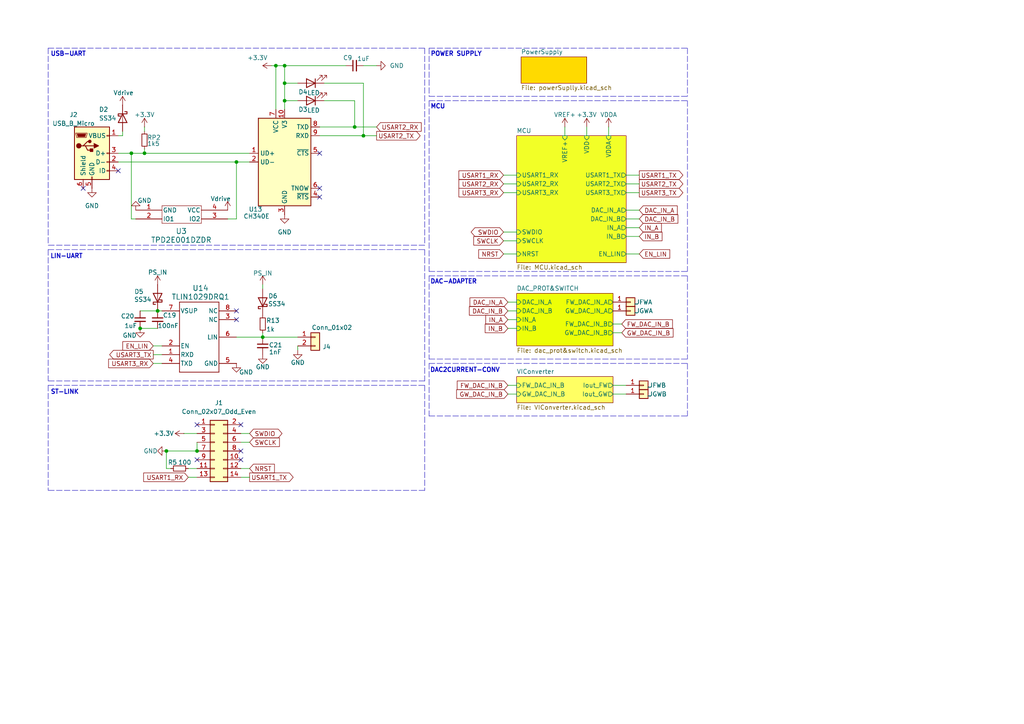
<source format=kicad_sch>
(kicad_sch (version 20231120) (generator "eeschema") (generator_version "8.0")
  (paper "A4")
  (lib_symbols
    (symbol "Connector:USB_B_Micro" (pin_names (offset 1.016))
      (property "Reference" "J" (at -5.08 11.43 0))
      (property "Value" "USB_B_Micro" (at -5.08 8.89 0))
      (symbol "USB_B_Micro_0_1"
        (rectangle (start -5.08 -7.62) (end 5.08 7.62) (stroke (width 0.254)) (fill (type background)))
        (circle (center -3.81 2.159) (radius 0.635) (stroke (width 0.254)) (fill (type outline)))
        (circle (center -0.635 3.429) (radius 0.381) (stroke (width 0.254)) (fill (type outline)))
        (rectangle (start -0.127 -7.62) (end 0.127 -6.858))
        (polyline (pts (xy -1.905 2.159) (xy 0.635 2.159)) (stroke (width 0.254)))
        (polyline (pts (xy -3.175 2.159) (xy -2.54 2.159) (xy -1.27 3.429) (xy -0.635 3.429)) (stroke (width 0.254)))
        (polyline (pts (xy -2.54 2.159) (xy -1.905 2.159) (xy -1.27 0.889) (xy 0 0.889)) (stroke (width 0.254)))
        (polyline (pts (xy 0.635 2.794) (xy 0.635 1.524) (xy 1.905 2.159) (xy 0.635 2.794)) (stroke (width 0.254)) (fill (type outline)))
        (polyline (pts (xy -4.318 5.588) (xy -1.778 5.588) (xy -2.032 4.826) (xy -4.064 4.826) (xy -4.318 5.588)) (fill (type outline)))
        (polyline (pts (xy -4.699 5.842) (xy -4.699 5.588) (xy -4.445 4.826) (xy -4.445 4.572) (xy -1.651 4.572) (xy -1.651 4.826) (xy -1.397 5.588) (xy -1.397 5.842) (xy -4.699 5.842)))
        (rectangle (start 0.254 1.27) (end -0.508 0.508) (stroke (width 0.254)) (fill (type outline)))
        (rectangle (start 5.08 -5.207) (end 4.318 -4.953))
        (rectangle (start 5.08 -2.667) (end 4.318 -2.413))
        (rectangle (start 5.08 -0.127) (end 4.318 0.127))
        (rectangle (start 5.08 4.953) (end 4.318 5.207))
      )
      (symbol "USB_B_Micro_1_1"
        (pin power_out line (at 7.62 5.08 180) (length 2.54) (name "VBUS") (number "1"))
        (pin bidirectional line (at 7.62 -2.54 180) (length 2.54) (name "D-") (number "2"))
        (pin bidirectional line (at 7.62 0 180) (length 2.54) (name "D+") (number "3"))
        (pin passive line (at 7.62 -5.08 180) (length 2.54) (name "ID") (number "4"))
        (pin power_out line (at 0 -10.16 90) (length 2.54) (name "GND") (number "5"))
        (pin passive line (at -2.54 -10.16 90) (length 2.54) (name "Shield") (number "6"))
      )
    )
    (symbol "Connector_Generic:Conn_01x01" (pin_names (offset 1.016) hide)
      (property "Reference" "J" (at 0 2.54 0))
      (property "Value" "Conn_01x01" (at 0 -2.54 0))
      (symbol "Conn_01x01_1_1"
        (rectangle (start -1.27 0.127) (end 0 -0.127) (stroke (width 0.1524)))
        (rectangle (start -1.27 1.27) (end 1.27 -1.27) (stroke (width 0.254)) (fill (type background)))
        (pin passive line (at -5.08 0 0) (length 3.81) (name "Pin_1") (number "1"))
      )
    )
    (symbol "Connector_Generic:Conn_01x02" (pin_names (offset 1.016) hide)
      (property "Reference" "J" (at 0 2.54 0))
      (property "Value" "Conn_01x02" (at 0 -5.08 0))
      (symbol "Conn_01x02_1_1"
        (rectangle (start -1.27 -2.413) (end 0 -2.667) (stroke (width 0.1524)))
        (rectangle (start -1.27 0.127) (end 0 -0.127) (stroke (width 0.1524)))
        (rectangle (start -1.27 1.27) (end 1.27 -3.81) (stroke (width 0.254)) (fill (type background)))
        (pin passive line (at -5.08 0 0) (length 3.81) (name "Pin_1") (number "1"))
        (pin passive line (at -5.08 -2.54 0) (length 3.81) (name "Pin_2") (number "2"))
      )
    )
    (symbol "Connector_Generic:Conn_02x07_Odd_Even" (pin_names (offset 1.016) hide)
      (property "Reference" "J" (at 1.27 10.16 0))
      (property "Value" "Conn_02x07_Odd_Even" (at 1.27 -10.16 0))
      (symbol "Conn_02x07_Odd_Even_1_1"
        (rectangle (start -1.27 -7.493) (end 0 -7.747) (stroke (width 0.1524)))
        (rectangle (start -1.27 -4.953) (end 0 -5.207) (stroke (width 0.1524)))
        (rectangle (start -1.27 -2.413) (end 0 -2.667) (stroke (width 0.1524)))
        (rectangle (start -1.27 0.127) (end 0 -0.127) (stroke (width 0.1524)))
        (rectangle (start -1.27 2.667) (end 0 2.413) (stroke (width 0.1524)))
        (rectangle (start -1.27 5.207) (end 0 4.953) (stroke (width 0.1524)))
        (rectangle (start -1.27 7.747) (end 0 7.493) (stroke (width 0.1524)))
        (rectangle (start -1.27 8.89) (end 3.81 -8.89) (stroke (width 0.254)) (fill (type background)))
        (rectangle (start 3.81 -7.493) (end 2.54 -7.747) (stroke (width 0.1524)))
        (rectangle (start 3.81 -4.953) (end 2.54 -5.207) (stroke (width 0.1524)))
        (rectangle (start 3.81 -2.413) (end 2.54 -2.667) (stroke (width 0.1524)))
        (rectangle (start 3.81 0.127) (end 2.54 -0.127) (stroke (width 0.1524)))
        (rectangle (start 3.81 2.667) (end 2.54 2.413) (stroke (width 0.1524)))
        (rectangle (start 3.81 5.207) (end 2.54 4.953) (stroke (width 0.1524)))
        (rectangle (start 3.81 7.747) (end 2.54 7.493) (stroke (width 0.1524)))
        (pin passive line (at -5.08 7.62 0) (length 3.81) (name "Pin_1") (number "1"))
        (pin passive line (at 7.62 -2.54 180) (length 3.81) (name "Pin_10") (number "10"))
        (pin passive line (at -5.08 -5.08 0) (length 3.81) (name "Pin_11") (number "11"))
        (pin passive line (at 7.62 -5.08 180) (length 3.81) (name "Pin_12") (number "12"))
        (pin passive line (at -5.08 -7.62 0) (length 3.81) (name "Pin_13") (number "13"))
        (pin passive line (at 7.62 -7.62 180) (length 3.81) (name "Pin_14") (number "14"))
        (pin passive line (at 7.62 7.62 180) (length 3.81) (name "Pin_2") (number "2"))
        (pin passive line (at -5.08 5.08 0) (length 3.81) (name "Pin_3") (number "3"))
        (pin passive line (at 7.62 5.08 180) (length 3.81) (name "Pin_4") (number "4"))
        (pin passive line (at -5.08 2.54 0) (length 3.81) (name "Pin_5") (number "5"))
        (pin passive line (at 7.62 2.54 180) (length 3.81) (name "Pin_6") (number "6"))
        (pin passive line (at -5.08 0 0) (length 3.81) (name "Pin_7") (number "7"))
        (pin passive line (at 7.62 0 180) (length 3.81) (name "Pin_8") (number "8"))
        (pin passive line (at -5.08 -2.54 0) (length 3.81) (name "Pin_9") (number "9"))
      )
    )
    (symbol "Device:C_Small" (pin_numbers hide) (pin_names (offset 0.254) hide)
      (property "Reference" "C" (at 0.254 1.778 0))
      (property "Value" "C_Small" (at 0.254 -2.032 0))
      (symbol "C_Small_0_1"
        (polyline (pts (xy -1.524 -0.508) (xy 1.524 -0.508)) (stroke (width 0.3302)))
        (polyline (pts (xy -1.524 0.508) (xy 1.524 0.508)) (stroke (width 0.3048)))
      )
      (symbol "C_Small_1_1"
        (pin passive line (at 0 2.54 270) (length 2.032) (name "~") (number "1"))
        (pin passive line (at 0 -2.54 90) (length 2.032) (name "~") (number "2"))
      )
    )
    (symbol "Device:LED" (pin_numbers hide) (pin_names (offset 1.016) hide)
      (property "Reference" "D" (at 0 2.54 0))
      (property "Value" "LED" (at 0 -2.54 0))
      (symbol "LED_0_1"
        (polyline (pts (xy -1.27 -1.27) (xy -1.27 1.27)) (stroke (width 0.254)))
        (polyline (pts (xy -1.27 0) (xy 1.27 0)))
        (polyline (pts (xy 1.27 -1.27) (xy 1.27 1.27) (xy -1.27 0) (xy 1.27 -1.27)) (stroke (width 0.254)))
        (polyline (pts (xy -3.048 -0.762) (xy -4.572 -2.286) (xy -3.81 -2.286) (xy -4.572 -2.286) (xy -4.572 -1.524)))
        (polyline (pts (xy -1.778 -0.762) (xy -3.302 -2.286) (xy -2.54 -2.286) (xy -3.302 -2.286) (xy -3.302 -1.524)))
      )
      (symbol "LED_1_1"
        (pin passive line (at -3.81 0 0) (length 2.54) (name "K") (number "1"))
        (pin passive line (at 3.81 0 180) (length 2.54) (name "A") (number "2"))
      )
    )
    (symbol "Device:R_Small" (pin_numbers hide) (pin_names (offset 0.254) hide)
      (property "Reference" "R" (at 0.762 0.508 0))
      (property "Value" "R_Small" (at 0.762 -1.016 0))
      (symbol "R_Small_0_1"
        (rectangle (start -0.762 1.778) (end 0.762 -1.778) (stroke (width 0.2032)))
      )
      (symbol "R_Small_1_1"
        (pin passive line (at 0 2.54 270) (length 0.762) (name "~") (number "1"))
        (pin passive line (at 0 -2.54 90) (length 0.762) (name "~") (number "2"))
      )
    )
    (symbol "Diode:SS34" (pin_numbers hide) (pin_names (offset 1.016) hide)
      (property "Reference" "D" (at 0 2.54 0))
      (property "Value" "SS34" (at 0 -2.54 0))
      (symbol "SS34_0_1"
        (polyline (pts (xy 1.27 0) (xy -1.27 0)))
        (polyline (pts (xy 1.27 1.27) (xy 1.27 -1.27) (xy -1.27 0) (xy 1.27 1.27)) (stroke (width 0.254)))
        (polyline (pts (xy -1.905 0.635) (xy -1.905 1.27) (xy -1.27 1.27) (xy -1.27 -1.27) (xy -0.635 -1.27) (xy -0.635 -0.635)) (stroke (width 0.254)))
      )
      (symbol "SS34_1_1"
        (pin passive line (at -3.81 0 0) (length 2.54) (name "K") (number "1"))
        (pin passive line (at 3.81 0 180) (length 2.54) (name "A") (number "2"))
      )
    )
    (symbol "Interface_USB:CH340E"
      (property "Reference" "U" (at -5.08 13.97 0))
      (property "Value" "CH340E" (at 1.27 13.97 0))
      (symbol "CH340E_0_1"
        (rectangle (start -7.62 12.7) (end 7.62 -12.7) (stroke (width 0.254)) (fill (type background)))
      )
      (symbol "CH340E_1_1"
        (pin bidirectional line (at -10.16 2.54 0) (length 2.54) (name "UD+") (number "1"))
        (pin power_out line (at 0 15.24 270) (length 2.54) (name "V3") (number "10"))
        (pin bidirectional line (at -10.16 0 0) (length 2.54) (name "UD-") (number "2"))
        (pin power_in line (at 0 -15.24 90) (length 2.54) (name "GND") (number "3"))
        (pin output line (at 10.16 -10.16 180) (length 2.54) (name "~{RTS}") (number "4"))
        (pin input line (at 10.16 2.54 180) (length 2.54) (name "~{CTS}") (number "5"))
        (pin output line (at 10.16 -7.62 180) (length 2.54) (name "TNOW") (number "6"))
        (pin power_in line (at -2.54 15.24 270) (length 2.54) (name "VCC") (number "7"))
        (pin output line (at 10.16 10.16 180) (length 2.54) (name "TXD") (number "8"))
        (pin input line (at 10.16 7.62 180) (length 2.54) (name "RXD") (number "9"))
      )
    )
    (symbol "TLIN1029DRQ1:TLIN1029DRQ1" (pin_names (offset 0.254))
      (property "Reference" "U14" (at 12.446 19.304 0))
      (property "Value" "TLIN1029DRQ1" (at 12.446 16.764 0))
      (symbol "TLIN1029DRQ1_0_1"
        (polyline (pts (xy 6.35 -5.08) (xy 17.78 -5.08)) (stroke (width 0.2032)))
        (polyline (pts (xy 6.35 15.24) (xy 6.35 -5.08)) (stroke (width 0.2032)))
        (polyline (pts (xy 17.78 -5.08) (xy 17.78 15.24)) (stroke (width 0.2032)))
        (polyline (pts (xy 17.78 15.24) (xy 6.35 15.24)) (stroke (width 0.2032)))
        (pin open_collector line (at 1.27 0 0) (length 5.08) (name "RXD") (number "1"))
        (pin input line (at 1.27 2.54 0) (length 5.08) (name "EN") (number "2"))
        (pin unspecified line (at 22.86 10.16 180) (length 5.08) (name "NC") (number "3"))
        (pin input line (at 1.27 -2.54 0) (length 5.08) (name "TXD") (number "4"))
        (pin power_in line (at 22.86 -2.54 180) (length 5.08) (name "GND") (number "5"))
        (pin bidirectional line (at 22.86 5.08 180) (length 5.08) (name "LIN") (number "6"))
        (pin power_in line (at 1.27 12.7 0) (length 5.08) (name "VSUP") (number "7"))
        (pin unspecified line (at 22.86 12.7 180) (length 5.08) (name "NC") (number "8"))
      )
    )
    (symbol "TPD2E001DZDR:TPD2E001DZDR" (pin_names (offset 0.254))
      (property "Reference" "U3" (at 27.94 10.16 0))
      (property "Value" "TPD2E001DZDR" (at 27.94 7.62 0))
      (symbol "TPD2E001DZDR_0_1"
        (polyline (pts (xy 36.83 -3.81) (xy 48.26 -3.81)) (stroke (width 0.127)))
        (polyline (pts (xy 36.83 1.27) (xy 36.83 -3.81)) (stroke (width 0.127)))
        (polyline (pts (xy 48.26 -3.81) (xy 48.26 1.27)) (stroke (width 0.127)))
        (polyline (pts (xy 48.26 1.27) (xy 36.83 1.27)) (stroke (width 0.127)))
        (pin power_in line (at 29.21 0 0) (length 7.62) (name "GND") (number "1"))
        (pin bidirectional line (at 29.21 -2.54 0) (length 7.62) (name "IO1") (number "2"))
        (pin bidirectional line (at 55.88 -2.54 180) (length 7.62) (name "IO2") (number "3"))
        (pin power_in line (at 55.88 0 180) (length 7.62) (name "VCC") (number "4"))
      )
    )
    (symbol "power:+3.3V" (power) (pin_numbers hide) (pin_names (offset 0) hide)
      (property "Value" "+3.3V" (at 0 3.556 0))
      (symbol "+3.3V_0_1"
        (polyline (pts (xy -0.762 1.27) (xy 0 2.54)))
        (polyline (pts (xy 0 0) (xy 0 2.54)))
        (polyline (pts (xy 0 2.54) (xy 0.762 1.27)))
      )
      (symbol "+3.3V_1_1"
        (pin power_in line (at 0 0 90) (length 0) (name "~") (number "1"))
      )
    )
    (symbol "power:GND" (power) (pin_numbers hide) (pin_names (offset 0) hide)
      (property "Value" "GND" (at 0 -3.81 0))
      (symbol "GND_0_1"
        (polyline (pts (xy 0 0) (xy 0 -1.27) (xy 1.27 -1.27) (xy 0 -2.54) (xy -1.27 -1.27) (xy 0 -1.27)))
      )
      (symbol "GND_1_1"
        (pin power_in line (at 0 0 270) (length 0) (name "~") (number "1"))
      )
    )
  )
  (junction (at 45.72 90.17))
  (junction (at 48.26 130.81))
  (junction (at 40.64 95.25))
  (junction (at 57.15 130.81))
  (junction (at 82.55 19.05))
  (junction (at 82.55 29.21))
  (junction (at 102.87 36.83))
  (junction (at 76.2 97.79))
  (junction (at 80.01 19.05))
  (junction (at 38.1 44.45))
  (junction (at 68.58 46.99))
  (junction (at 82.55 24.13))
  (junction (at 105.41 39.37))
  (junction (at 41.91 44.45))
  (no_connect (at 34.29 49.53))
  (no_connect (at 69.85 133.35))
  (no_connect (at 57.15 133.35))
  (no_connect (at 24.13 54.61))
  (no_connect (at 57.15 123.19))
  (no_connect (at 69.85 123.19))
  (no_connect (at 68.58 92.71))
  (no_connect (at 68.58 90.17))
  (no_connect (at 92.71 54.61))
  (no_connect (at 69.85 130.81))
  (no_connect (at 92.71 57.15))
  (no_connect (at 92.71 44.45))
  (wire (pts (xy 181.61 60.96) (xy 185.42 60.96)))
  (wire (pts (xy 82.55 24.13) (xy 82.55 29.21)))
  (wire (pts (xy 147.32 87.63) (xy 149.86 87.63)))
  (wire (pts (xy 57.15 128.27) (xy 57.15 130.81)))
  (polyline (pts (xy 123.19 111.76) (xy 123.19 142.24)) (stroke (width 0) (type dash) (color 52 41 197 1)))
  (wire (pts (xy 66.04 63.5) (xy 68.58 63.5)))
  (polyline (pts (xy 124.46 27.94) (xy 199.39 27.94)) (stroke (width 0) (type dash) (color 52 41 197 1)))
  (wire (pts (xy 34.29 46.99) (xy 68.58 46.99)))
  (polyline (pts (xy 124.46 120.65) (xy 199.39 120.65)) (stroke (width 0) (type dash) (color 52 41 197 1)))
  (wire (pts (xy 49.53 135.89) (xy 48.26 135.89)))
  (wire (pts (xy 80.01 19.05) (xy 80.01 31.75)))
  (wire (pts (xy 41.91 43.18) (xy 41.91 44.45)))
  (wire (pts (xy 102.87 29.21) (xy 102.87 36.83)))
  (wire (pts (xy 147.32 114.3) (xy 149.86 114.3)))
  (wire (pts (xy 48.26 130.81) (xy 57.15 130.81)))
  (wire (pts (xy 181.61 73.66) (xy 185.42 73.66)))
  (wire (pts (xy 44.45 100.33) (xy 46.99 100.33)))
  (wire (pts (xy 54.61 138.43) (xy 57.15 138.43)))
  (polyline (pts (xy 124.46 13.97) (xy 199.39 13.97)) (stroke (width 0) (type dash) (color 52 41 197 1)))
  (wire (pts (xy 181.61 68.58) (xy 185.42 68.58)))
  (polyline (pts (xy 13.97 111.76) (xy 13.97 142.24)) (stroke (width 0) (type dash) (color 52 41 197 1)))
  (wire (pts (xy 102.87 29.21) (xy 93.98 29.21)))
  (wire (pts (xy 41.91 44.45) (xy 72.39 44.45)))
  (wire (pts (xy 68.58 63.5) (xy 68.58 46.99)))
  (wire (pts (xy 181.61 66.04) (xy 185.42 66.04)))
  (polyline (pts (xy 124.46 104.14) (xy 199.39 104.14)) (stroke (width 0) (type dash) (color 52 41 197 1)))
  (wire (pts (xy 177.8 93.98) (xy 180.34 93.98)))
  (wire (pts (xy 102.87 36.83) (xy 92.71 36.83)))
  (polyline (pts (xy 124.46 29.21) (xy 124.46 78.74)) (stroke (width 0) (type dash) (color 52 41 197 1)))
  (wire (pts (xy 69.85 128.27) (xy 72.39 128.27)))
  (wire (pts (xy 38.1 63.5) (xy 38.1 44.45)))
  (wire (pts (xy 82.55 29.21) (xy 86.36 29.21)))
  (wire (pts (xy 35.56 38.1) (xy 35.56 39.37)))
  (polyline (pts (xy 124.46 80.01) (xy 124.46 104.14)) (stroke (width 0) (type dash) (color 52 41 197 1)))
  (wire (pts (xy 146.05 67.31) (xy 149.86 67.31)))
  (polyline (pts (xy 124.46 29.21) (xy 199.39 29.21)) (stroke (width 0) (type dash) (color 52 41 197 1)))
  (wire (pts (xy 78.74 19.05) (xy 80.01 19.05)))
  (polyline (pts (xy 13.97 13.97) (xy 13.97 71.12)) (stroke (width 0) (type dash) (color 52 41 197 1)))
  (wire (pts (xy 181.61 55.88) (xy 185.42 55.88)))
  (wire (pts (xy 146.05 53.34) (xy 149.86 53.34)))
  (wire (pts (xy 82.55 24.13) (xy 86.36 24.13)))
  (polyline (pts (xy 199.39 80.01) (xy 199.39 104.14)) (stroke (width 0) (type dash) (color 52 41 197 1)))
  (wire (pts (xy 82.55 19.05) (xy 82.55 24.13)))
  (wire (pts (xy 177.8 111.76) (xy 181.61 111.76)))
  (wire (pts (xy 39.37 63.5) (xy 38.1 63.5)))
  (wire (pts (xy 147.32 95.25) (xy 149.86 95.25)))
  (wire (pts (xy 181.61 63.5) (xy 185.42 63.5)))
  (wire (pts (xy 105.41 39.37) (xy 92.71 39.37)))
  (wire (pts (xy 93.98 24.13) (xy 105.41 24.13)))
  (wire (pts (xy 86.36 100.33) (xy 86.36 101.6)))
  (polyline (pts (xy 123.19 142.24) (xy 13.97 142.24)) (stroke (width 0) (type dash) (color 52 41 197 1)))
  (wire (pts (xy 40.64 90.17) (xy 45.72 90.17)))
  (wire (pts (xy 41.91 36.83) (xy 41.91 38.1)))
  (polyline (pts (xy 199.39 29.21) (xy 199.39 78.74)) (stroke (width 0) (type dash) (color 52 41 197 1)))
  (polyline (pts (xy 13.97 72.39) (xy 13.97 110.49)) (stroke (width 0) (type dash) (color 52 41 197 1)))
  (polyline (pts (xy 123.19 13.97) (xy 123.19 71.12)) (stroke (width 0) (type dash) (color 52 41 197 1)))
  (wire (pts (xy 146.05 55.88) (xy 149.86 55.88)))
  (wire (pts (xy 68.58 97.79) (xy 76.2 97.79)))
  (polyline (pts (xy 124.46 80.01) (xy 199.39 80.01)) (stroke (width 0) (type dash) (color 52 41 197 1)))
  (wire (pts (xy 40.64 95.25) (xy 45.72 95.25)))
  (wire (pts (xy 146.05 69.85) (xy 149.86 69.85)))
  (polyline (pts (xy 124.46 13.97) (xy 124.46 27.94)) (stroke (width 0) (type dash) (color 52 41 197 1)))
  (wire (pts (xy 177.8 114.3) (xy 181.61 114.3)))
  (wire (pts (xy 41.91 44.45) (xy 38.1 44.45)))
  (wire (pts (xy 176.53 36.83) (xy 176.53 39.37)))
  (wire (pts (xy 76.2 83.82) (xy 76.2 82.55)))
  (wire (pts (xy 69.85 138.43) (xy 72.39 138.43)))
  (polyline (pts (xy 13.97 72.39) (xy 123.19 72.39)) (stroke (width 0) (type dash) (color 52 41 197 1)))
  (wire (pts (xy 44.45 105.41) (xy 46.99 105.41)))
  (wire (pts (xy 44.45 102.87) (xy 46.99 102.87)))
  (wire (pts (xy 181.61 53.34) (xy 185.42 53.34)))
  (wire (pts (xy 76.2 97.79) (xy 76.2 96.52)))
  (wire (pts (xy 147.32 111.76) (xy 149.86 111.76)))
  (wire (pts (xy 177.8 96.52) (xy 180.34 96.52)))
  (wire (pts (xy 102.87 36.83) (xy 109.22 36.83)))
  (wire (pts (xy 76.2 97.79) (xy 86.36 97.79)))
  (wire (pts (xy 54.61 135.89) (xy 57.15 135.89)))
  (polyline (pts (xy 123.19 71.12) (xy 13.97 71.12)) (stroke (width 0) (type dash) (color 52 41 197 1)))
  (wire (pts (xy 48.26 135.89) (xy 48.26 130.81)))
  (wire (pts (xy 105.41 39.37) (xy 109.22 39.37)))
  (wire (pts (xy 80.01 19.05) (xy 82.55 19.05)))
  (wire (pts (xy 109.22 19.05) (xy 105.41 19.05)))
  (wire (pts (xy 147.32 92.71) (xy 149.86 92.71)))
  (wire (pts (xy 69.85 125.73) (xy 72.39 125.73)))
  (polyline (pts (xy 124.46 105.41) (xy 124.46 120.65)) (stroke (width 0) (type dash) (color 52 41 197 1)))
  (wire (pts (xy 146.05 73.66) (xy 149.86 73.66)))
  (wire (pts (xy 170.18 36.83) (xy 170.18 39.37)))
  (wire (pts (xy 163.83 36.83) (xy 163.83 39.37)))
  (polyline (pts (xy 124.46 105.41) (xy 199.39 105.41)) (stroke (width 0) (type dash) (color 52 41 197 1)))
  (wire (pts (xy 147.32 90.17) (xy 149.86 90.17)))
  (wire (pts (xy 69.85 135.89) (xy 72.39 135.89)))
  (polyline (pts (xy 123.19 110.49) (xy 13.97 110.49)) (stroke (width 0) (type dash) (color 52 41 197 1)))
  (polyline (pts (xy 199.39 105.41) (xy 199.39 120.65)) (stroke (width 0) (type dash) (color 52 41 197 1)))
  (wire (pts (xy 35.56 39.37) (xy 34.29 39.37)))
  (wire (pts (xy 38.1 44.45) (xy 34.29 44.45)))
  (wire (pts (xy 53.34 125.73) (xy 57.15 125.73)))
  (polyline (pts (xy 124.46 78.74) (xy 199.39 78.74)) (stroke (width 0) (type dash) (color 52 41 197 1)))
  (polyline (pts (xy 13.97 111.76) (xy 123.19 111.76)) (stroke (width 0) (type dash) (color 52 41 197 1)))
  (wire (pts (xy 68.58 46.99) (xy 72.39 46.99)))
  (wire (pts (xy 146.05 50.8) (xy 149.86 50.8)))
  (wire (pts (xy 105.41 24.13) (xy 105.41 39.37)))
  (wire (pts (xy 82.55 29.21) (xy 82.55 31.75)))
  (wire (pts (xy 82.55 19.05) (xy 100.33 19.05)))
  (wire (pts (xy 181.61 50.8) (xy 185.42 50.8)))
  (polyline (pts (xy 199.39 13.97) (xy 199.39 27.94)) (stroke (width 0) (type dash) (color 52 41 197 1)))
  (polyline (pts (xy 123.19 72.39) (xy 123.19 110.49)) (stroke (width 0) (type dash) (color 52 41 197 1)))
  (polyline (pts (xy 13.97 13.97) (xy 123.19 13.97)) (stroke (width 0) (type dash) (color 52 41 197 1)))
  (wire (pts (xy 45.72 90.17) (xy 46.99 90.17)))
  (text "DAC2CURRENT-CONV" (at 134.874 107.442 0) (effects (font (size 1.27 1.27) (thickness 0.254) (bold yes))))
  (text "DAC-ADAPTER" (at 131.572 81.788 0) (effects (font (size 1.27 1.27) (thickness 0.254) (bold yes))))
  (text "ST-LINK" (at 18.796 113.792 0) (effects (font (size 1.27 1.27) (thickness 0.254) (bold yes))))
  (text "MCU\n" (at 127 30.988 0) (effects (font (size 1.27 1.27) (thickness 0.254) (bold yes))))
  (text "LIN-UART\n" (at 19.304 74.422 0) (effects (font (size 1.27 1.27) (thickness 0.254) (bold yes))))
  (text "POWER SUPPLY" (at 132.334 15.748 0) (effects (font (size 1.27 1.27) (thickness 0.254) (bold yes))))
  (text "USB-UART\n" (at 19.812 15.748 0) (effects (font (size 1.27 1.27) (thickness 0.254) (bold yes))))
  (global_label "DAC_IN_A" (shape input) (at 185.42 60.96 0) (property "Intersheetrefs" "${INTERSHEET_REFS}" (effects (hide yes))))
  (global_label "USART1_RX" (shape input) (at 54.61 138.43 180) (property "Intersheetrefs" "${INTERSHEET_REFS}" (effects (hide yes))))
  (global_label "GW_DAC_IN_B" (shape input) (at 147.32 114.3 180) (property "Intersheetrefs" "${INTERSHEET_REFS}" (effects (hide yes))))
  (global_label "USART2_TX" (shape output) (at 109.22 39.37 0) (property "Intersheetrefs" "${INTERSHEET_REFS}" (effects (hide yes))))
  (global_label "SWCLK" (shape input) (at 146.05 69.85 180) (property "Intersheetrefs" "${INTERSHEET_REFS}" (effects (hide yes))))
  (global_label "USART3_RX" (shape input) (at 146.05 55.88 180) (property "Intersheetrefs" "${INTERSHEET_REFS}" (effects (hide yes))))
  (global_label "USART1_RX" (shape input) (at 146.05 50.8 180) (property "Intersheetrefs" "${INTERSHEET_REFS}" (effects (hide yes))))
  (global_label "EN_LIN" (shape input) (at 44.45 100.33 180) (property "Intersheetrefs" "${INTERSHEET_REFS}" (effects (hide yes))))
  (global_label "FW_DAC_IN_B" (shape input) (at 180.34 93.98 0) (property "Intersheetrefs" "${INTERSHEET_REFS}" (effects (hide yes))))
  (global_label "IN_A" (shape input) (at 147.32 92.71 180) (property "Intersheetrefs" "${INTERSHEET_REFS}" (effects (hide yes))))
  (global_label "IN_A" (shape input) (at 185.42 66.04 0) (property "Intersheetrefs" "${INTERSHEET_REFS}" (effects (hide yes))))
  (global_label "SWDIO" (shape bidirectional) (at 146.05 67.31 180) (property "Intersheetrefs" "${INTERSHEET_REFS}" (effects (hide yes))))
  (global_label "USART1_TX" (shape output) (at 72.39 138.43 0) (property "Intersheetrefs" "${INTERSHEET_REFS}" (effects (hide yes))))
  (global_label "DAC_IN_B" (shape input) (at 147.32 90.17 180) (property "Intersheetrefs" "${INTERSHEET_REFS}" (effects (hide yes))))
  (global_label "USART2_TX" (shape output) (at 185.42 53.34 0) (property "Intersheetrefs" "${INTERSHEET_REFS}" (effects (hide yes))))
  (global_label "USART3_TX" (shape output) (at 185.42 55.88 0) (property "Intersheetrefs" "${INTERSHEET_REFS}" (effects (hide yes))))
  (global_label "USART3_RX" (shape input) (at 44.45 105.41 180) (property "Intersheetrefs" "${INTERSHEET_REFS}" (effects (hide yes))))
  (global_label "NRST" (shape input) (at 72.39 135.89 0) (property "Intersheetrefs" "${INTERSHEET_REFS}" (effects (hide yes))))
  (global_label "USART3_TX" (shape output) (at 44.45 102.87 180) (property "Intersheetrefs" "${INTERSHEET_REFS}" (effects (hide yes))))
  (global_label "SWDIO" (shape bidirectional) (at 72.39 125.73 0) (property "Intersheetrefs" "${INTERSHEET_REFS}" (effects (hide yes))))
  (global_label "EN_LIN" (shape input) (at 185.42 73.66 0) (property "Intersheetrefs" "${INTERSHEET_REFS}" (effects (hide yes))))
  (global_label "FW_DAC_IN_B" (shape input) (at 147.32 111.76 180) (property "Intersheetrefs" "${INTERSHEET_REFS}" (effects (hide yes))))
  (global_label "USART1_TX" (shape output) (at 185.42 50.8 0) (property "Intersheetrefs" "${INTERSHEET_REFS}" (effects (hide yes))))
  (global_label "SWCLK" (shape input) (at 72.39 128.27 0) (property "Intersheetrefs" "${INTERSHEET_REFS}" (effects (hide yes))))
  (global_label "USART2_RX" (shape input) (at 146.05 53.34 180) (property "Intersheetrefs" "${INTERSHEET_REFS}" (effects (hide yes))))
  (global_label "DAC_IN_A" (shape input) (at 147.32 87.63 180) (property "Intersheetrefs" "${INTERSHEET_REFS}" (effects (hide yes))))
  (global_label "IN_B" (shape input) (at 185.42 68.58 0) (property "Intersheetrefs" "${INTERSHEET_REFS}" (effects (hide yes))))
  (global_label "IN_B" (shape input) (at 147.32 95.25 180) (property "Intersheetrefs" "${INTERSHEET_REFS}" (effects (hide yes))))
  (global_label "NRST" (shape input) (at 146.05 73.66 180) (property "Intersheetrefs" "${INTERSHEET_REFS}" (effects (hide yes))))
  (global_label "USART2_RX" (shape input) (at 109.22 36.83 0) (property "Intersheetrefs" "${INTERSHEET_REFS}" (effects (hide yes))))
  (global_label "GW_DAC_IN_B" (shape input) (at 180.34 96.52 0) (property "Intersheetrefs" "${INTERSHEET_REFS}" (effects (hide yes))))
  (global_label "DAC_IN_B" (shape input) (at 185.42 63.5 0) (property "Intersheetrefs" "${INTERSHEET_REFS}" (effects (hide yes))))
  (symbol (lib_id "Device:R_Small") (at 76.2 93.98 0) (unit 1)
    (property "Reference" "R13" (at 77.216 92.964 0) (effects (justify left)))
    (property "Value" "1k" (at 77.216 95.504 0) (effects (justify left)))
    (property "Description" "Resistor, small symbol" (effects (hide yes)))
  )
  (symbol (lib_id "Connector_Generic:Conn_01x01") (at 186.69 111.76 0) (unit 1)
    (property "Reference" "JFWB" (at 188.214 111.76 0) (effects (justify left)))
    (property "Value" "~" (at 187.706 112.268 0) (effects (justify left)))
    (property "Description" "Generic connector, single row, 01x01, script generated (kicad-library-utils/schlib/autogen/connector/)" (effects (hide yes)))
  )
  (symbol (lib_id "Diode:SS34") (at 76.2 87.63 90) (unit 1)
    (property "Reference" "D6" (at 80.518 85.852 90) (effects (justify left)))
    (property "Value" "SS34" (at 82.804 88.138 90) (effects (justify left)))
    (property "Footprint" "Diode_SMD:D_SMA" (effects (hide yes)))
    (property "Datasheet" "https://www.vishay.com/docs/88751/ss32.pdf" (effects (hide yes)))
    (property "Description" "40V 3A Schottky Diode, SMA" (effects (hide yes)))
  )
  (symbol (lib_id "power:+3.3V") (at 176.53 36.83 0) (unit 1)
    (property "Reference" "#PWR028" (effects (hide yes)))
    (property "Value" "VDDA" (at 176.53 33.274 0))
    (property "Description" "Power symbol creates a global label with name \"+3.3V\"" (effects (hide yes)))
  )
  (symbol (lib_id "power:GND") (at 76.2 102.87 0) (unit 1)
    (property "Reference" "#PWR054" (effects (hide yes)))
    (property "Value" "GND" (at 76.2 106.426 0))
    (property "Description" "Power symbol creates a global label with name \"GND\" , ground" (effects (hide yes)))
  )
  (symbol (lib_id "power:GND") (at 68.58 105.41 0) (unit 1)
    (property "Reference" "#PWR053" (effects (hide yes)))
    (property "Value" "GND" (at 71.374 107.95 0))
    (property "Description" "Power symbol creates a global label with name \"GND\" , ground" (effects (hide yes)))
  )
  (symbol (lib_id "Device:C_Small") (at 102.87 19.05 90) (unit 1)
    (property "Reference" "C9" (at 100.838 16.764 90))
    (property "Value" "1uF" (at 105.41 17.018 90))
    (property "Description" "Unpolarized capacitor, small symbol" (effects (hide yes)))
  )
  (symbol (lib_id "TPD2E001DZDR:TPD2E001DZDR") (at 10.16 60.96 0) (unit 1)
    (property "Reference" "U3" (at 52.578 67.056 0) (effects (font (size 1.524 1.524))))
    (property "Value" "TPD2E001DZDR" (at 52.578 69.596 0) (effects (font (size 1.524 1.524))))
    (property "Footprint" "DZD4" (effects (hide yes)))
    (property "Datasheet" "https://www.ti.com/lit/gpn/tpd2e001" (effects (hide yes)))
  )
  (symbol (lib_id "Connector_Generic:Conn_01x01") (at 182.88 87.63 0) (unit 1)
    (property "Reference" "JFWA" (at 184.404 87.63 0) (effects (justify left)))
    (property "Value" "~" (at 183.896 88.138 0) (effects (justify left)))
    (property "Description" "Generic connector, single row, 01x01, script generated (kicad-library-utils/schlib/autogen/connector/)" (effects (hide yes)))
  )
  (symbol (lib_id "power:+3.3V") (at 35.56 30.48 0) (unit 1)
    (property "Reference" "#PWR022" (effects (hide yes)))
    (property "Value" "Vdrive" (at 35.814 26.924 0))
    (property "Description" "Power symbol creates a global label with name \"+3.3V\"" (effects (hide yes)))
  )
  (symbol (lib_id "power:GND") (at 82.55 62.23 0) (unit 1)
    (property "Reference" "#PWR08" (effects (hide yes)))
    (property "Value" "GND" (at 82.55 67.31 0))
    (property "Description" "Power symbol creates a global label with name \"GND\" , ground" (effects (hide yes)))
  )
  (symbol (lib_id "power:+3.3V") (at 78.74 19.05 90) (unit 1)
    (property "Reference" "#PWR03" (effects (hide yes)))
    (property "Value" "+3.3V" (at 74.676 16.764 90))
    (property "Description" "Power symbol creates a global label with name \"+3.3V\"" (effects (hide yes)))
  )
  (symbol (lib_id "TLIN1029DRQ1:TLIN1029DRQ1") (at 45.72 102.87 0) (unit 1)
    (property "Reference" "U14" (at 58.166 83.566 0) (effects (font (size 1.524 1.524))))
    (property "Value" "TLIN1029DRQ1" (at 58.166 86.106 0) (effects (font (size 1.524 1.524))))
    (property "Footprint" "D0008A_N" (effects (hide yes)))
    (property "Datasheet" "https://www.ti.com/lit/gpn/tlin1029-q1" (effects (hide yes)))
  )
  (symbol (lib_id "Device:C_Small") (at 76.2 100.33 0) (unit 1)
    (property "Reference" "C21" (at 77.978 100.076 0) (effects (justify left)))
    (property "Value" "1nF" (at 77.978 102.108 0) (effects (justify left)))
    (property "Description" "Unpolarized capacitor, small symbol" (effects (hide yes)))
  )
  (symbol (lib_id "Diode:SS34") (at 35.56 34.29 270) (unit 1)
    (property "Reference" "D2" (at 28.702 31.75 90) (effects (justify left)))
    (property "Value" "SS34" (at 28.702 34.29 90) (effects (justify left)))
    (property "Footprint" "Diode_SMD:D_SMA" (effects (hide yes)))
    (property "Datasheet" "https://www.vishay.com/docs/88751/ss32.pdf" (effects (hide yes)))
    (property "Description" "40V 3A Schottky Diode, SMA" (effects (hide yes)))
  )
  (symbol (lib_id "power:+3.3V") (at 76.2 82.55 0) (unit 1)
    (property "Reference" "#PWR055" (effects (hide yes)))
    (property "Value" "PS_IN" (at 76.2 79.248 0))
    (property "Description" "Power symbol creates a global label with name \"+3.3V\"" (effects (hide yes)))
  )
  (symbol (lib_id "power:+3.3V") (at 53.34 125.73 90) (unit 1)
    (property "Reference" "#PWR029" (effects (hide yes)))
    (property "Value" "+3.3V" (at 47.498 125.73 90))
    (property "Description" "Power symbol creates a global label with name \"+3.3V\"" (effects (hide yes)))
  )
  (symbol (lib_id "power:+3.3V") (at 170.18 36.83 0) (unit 1)
    (property "Reference" "#PWR027" (effects (hide yes)))
    (property "Value" "+3.3V" (at 170.18 33.274 0))
    (property "Description" "Power symbol creates a global label with name \"+3.3V\"" (effects (hide yes)))
  )
  (symbol (lib_id "Connector:USB_B_Micro") (at 26.67 44.45 0) (unit 1)
    (property "Reference" "J2" (at 21.336 33.274 0))
    (property "Value" "USB_B_Micro" (at 21.336 35.814 0))
    (property "Description" "USB Micro Type B connector" (effects (hide yes)))
  )
  (symbol (lib_id "Connector_Generic:Conn_02x07_Odd_Even") (at 62.23 130.81 0) (unit 1)
    (property "Reference" "J1" (at 63.5 116.84 0))
    (property "Value" "Conn_02x07_Odd_Even" (at 63.5 119.38 0))
    (property "Description" "Generic connector, double row, 02x07, odd/even pin numbering scheme (row 1 odd numbers, row 2 even numbers), script generated (kicad-library-utils/schlib/autogen/connector/)" (effects (hide yes)))
  )
  (symbol (lib_id "power:GND") (at 86.36 101.6 0) (unit 1)
    (property "Reference" "#PWR056" (effects (hide yes)))
    (property "Value" "GND" (at 86.36 105.156 0))
    (property "Description" "Power symbol creates a global label with name \"GND\" , ground" (effects (hide yes)))
  )
  (symbol (lib_id "power:GND") (at 39.37 60.96 180) (unit 1)
    (property "Reference" "#PWR018" (effects (hide yes)))
    (property "Value" "GND" (at 41.91 58.166 0))
    (property "Description" "Power symbol creates a global label with name \"GND\" , ground" (effects (hide yes)))
  )
  (symbol (lib_id "Connector_Generic:Conn_01x01") (at 186.69 114.3 0) (unit 1)
    (property "Reference" "JGWB" (at 188.214 114.3 0) (effects (justify left)))
    (property "Value" "~" (at 187.706 114.808 0) (effects (justify left)))
    (property "Description" "Generic connector, single row, 01x01, script generated (kicad-library-utils/schlib/autogen/connector/)" (effects (hide yes)))
  )
  (symbol (lib_id "Device:C_Small") (at 40.64 92.71 0) (unit 1)
    (property "Reference" "C20" (at 35.052 91.694 0) (effects (justify left)))
    (property "Value" "1uF" (at 36.068 94.488 0) (effects (justify left)))
    (property "Description" "Unpolarized capacitor, small symbol" (effects (hide yes)))
  )
  (symbol (lib_id "power:GND") (at 40.64 95.25 0) (unit 1)
    (property "Reference" "#PWR052" (effects (hide yes)))
    (property "Value" "GND" (at 37.592 97.282 0))
    (property "Description" "Power symbol creates a global label with name \"GND\" , ground" (effects (hide yes)))
  )
  (symbol (lib_id "power:GND") (at 26.67 54.61 0) (unit 1)
    (property "Reference" "#PWR015" (effects (hide yes)))
    (property "Value" "GND" (at 26.67 59.69 0))
    (property "Description" "Power symbol creates a global label with name \"GND\" , ground" (effects (hide yes)))
  )
  (symbol (lib_id "power:+3.3V") (at 163.83 36.83 0) (unit 1)
    (property "Reference" "#PWR062" (effects (hide yes)))
    (property "Value" "VREF+" (at 163.83 33.274 0))
    (property "Description" "Power symbol creates a global label with name \"+3.3V\"" (effects (hide yes)))
  )
  (symbol (lib_id "Device:C_Small") (at 45.72 92.71 0) (unit 1)
    (property "Reference" "C19" (at 47.244 91.44 0) (effects (justify left)))
    (property "Value" "100nF" (at 45.72 94.488 0) (effects (justify left)))
    (property "Description" "Unpolarized capacitor, small symbol" (effects (hide yes)))
  )
  (symbol (lib_id "Device:R_Small") (at 52.07 135.89 90) (unit 1)
    (property "Reference" "R5" (at 50.038 134.112 90))
    (property "Value" "100" (at 53.594 134.112 90))
    (property "Description" "Resistor, small symbol" (effects (hide yes)))
  )
  (symbol (lib_id "power:+3.3V") (at 66.04 60.96 0) (unit 1)
    (property "Reference" "#PWR032" (effects (hide yes)))
    (property "Value" "Vdrive" (at 64.008 57.658 0))
    (property "Description" "Power symbol creates a global label with name \"+3.3V\"" (effects (hide yes)))
  )
  (symbol (lib_id "Device:LED") (at 90.17 24.13 180) (unit 1)
    (property "Reference" "D4" (at 87.884 26.67 0))
    (property "Value" "LED" (at 90.932 26.924 0))
    (property "Description" "Light emitting diode" (effects (hide yes)))
  )
  (symbol (lib_id "Connector_Generic:Conn_01x02") (at 91.44 97.79 0) (unit 1)
    (property "Reference" "J4" (at 94.742 100.584 0))
    (property "Value" "Conn_01x02" (at 96.266 94.996 0))
    (property "Description" "Generic connector, single row, 01x02, script generated (kicad-library-utils/schlib/autogen/connector/)" (effects (hide yes)))
  )
  (symbol (lib_id "Connector_Generic:Conn_01x01") (at 182.88 90.17 0) (unit 1)
    (property "Reference" "JGWA" (at 184.404 90.17 0) (effects (justify left)))
    (property "Value" "~" (at 183.896 90.678 0) (effects (justify left)))
    (property "Description" "Generic connector, single row, 01x01, script generated (kicad-library-utils/schlib/autogen/connector/)" (effects (hide yes)))
  )
  (symbol (lib_id "Diode:SS34") (at 45.72 86.36 90) (unit 1)
    (property "Reference" "D5" (at 41.656 84.582 90) (effects (justify left)))
    (property "Value" "SS34" (at 43.942 86.868 90) (effects (justify left)))
    (property "Footprint" "Diode_SMD:D_SMA" (effects (hide yes)))
    (property "Datasheet" "https://www.vishay.com/docs/88751/ss32.pdf" (effects (hide yes)))
    (property "Description" "40V 3A Schottky Diode, SMA" (effects (hide yes)))
  )
  (symbol (lib_id "Device:LED") (at 90.17 29.21 180) (unit 1)
    (property "Reference" "D3" (at 87.884 31.75 0))
    (property "Value" "LED" (at 90.932 32.004 0))
    (property "Description" "Light emitting diode" (effects (hide yes)))
  )
  (symbol (lib_id "Interface_USB:CH340E") (at 82.55 46.99 0) (unit 1)
    (property "Reference" "U13" (at 72.136 60.706 0) (effects (justify left)))
    (property "Value" "CH340E" (at 70.612 62.738 0) (effects (justify left)))
    (property "Footprint" "Package_SO:MSOP-10_3x3mm_P0.5mm" (effects (hide yes)))
    (property "Datasheet" "https://www.mpja.com/download/35227cpdata.pdf" (effects (hide yes)))
    (property "Description" "USB serial converter, UART, MSOP-10" (effects (hide yes)))
  )
  (symbol (lib_id "power:+3.3V") (at 45.72 82.55 0) (unit 1)
    (property "Reference" "#PWR051" (effects (hide yes)))
    (property "Value" "PS_IN" (at 45.72 78.994 0))
    (property "Description" "Power symbol creates a global label with name \"+3.3V\"" (effects (hide yes)))
  )
  (symbol (lib_id "power:+3.3V") (at 41.91 36.83 0) (unit 1)
    (property "Reference" "#PWR026" (effects (hide yes)))
    (property "Value" "+3.3V" (at 41.91 33.274 0))
    (property "Description" "Power symbol creates a global label with name \"+3.3V\"" (effects (hide yes)))
  )
  (symbol (lib_id "power:GND") (at 48.26 130.81 270) (unit 1)
    (property "Reference" "#PWR019" (effects (hide yes)))
    (property "Value" "GND" (at 45.72 130.81 90) (effects (justify right)))
    (property "Description" "Power symbol creates a global label with name \"GND\" , ground" (effects (hide yes)))
  )
  (symbol (lib_id "Device:R_Small") (at 41.91 40.64 0) (unit 1)
    (property "Reference" "RP2" (at 42.672 39.878 0) (effects (justify left)))
    (property "Value" "1k5" (at 42.672 41.656 0) (effects (justify left)))
    (property "Description" "Resistor, small symbol" (effects (hide yes)))
  )
  (symbol (lib_id "power:GND") (at 109.22 19.05 90) (unit 1)
    (property "Reference" "#PWR050" (effects (hide yes)))
    (property "Value" "GND" (at 113.03 19.0499 90) (effects (justify right)))
    (property "Description" "Power symbol creates a global label with name \"GND\" , ground" (effects (hide yes)))
  )
  (sheet (at 149.86 109.22) (size 27.94 7.62) (stroke (width 0.1524)) (fill (color 255 255 99 1.0000))
    (property "Sheetname" "VIConverter" (at 149.86 108.5084 0) (effects (justify left bottom)))
    (property "Sheetfile" "VIConverter.kicad_sch" (at 149.86 117.4246 0) (effects (justify left top)))
    (pin "Iout_FW" output (at 177.8 111.76 0))
    (pin "Iout_GW" output (at 177.8 114.3 0))
    (pin "GW_DAC_IN_B" input (at 149.86 114.3 180))
    (pin "FW_DAC_IN_B" input (at 149.86 111.76 180))
  )
  (sheet (at 151.13 16.51) (size 19.05 7.62) (stroke (width 0.1524)) (fill (color 255 218 0 1.0000))
    (property "Sheetname" "PowerSupply" (at 151.13 15.7984 0) (effects (justify left bottom)))
    (property "Sheetfile" "powerSuplly.kicad_sch" (at 151.13 24.7146 0) (effects (justify left top)))
  )
  (sheet (at 149.86 39.37) (size 31.75 36.83) (stroke (width 0.1524)) (fill (color 242 255 39 1.0000))
    (property "Sheetname" "MCU" (at 149.86 38.6584 0) (effects (justify left bottom)))
    (property "Sheetfile" "MCU.kicad_sch" (at 149.86 76.7846 0) (effects (justify left top)))
    (pin "VDD" input (at 170.18 39.37 90))
    (pin "VDDA" input (at 176.53 39.37 90))
    (pin "SWDIO" input (at 149.86 67.31 180))
    (pin "SWCLK" input (at 149.86 69.85 180))
    (pin "USART1_RX" input (at 149.86 50.8 180))
    (pin "USART1_TX" output (at 181.61 50.8 0))
    (pin "NRST" input (at 149.86 73.66 180))
    (pin "DAC_IN_A" output (at 181.61 60.96 0))
    (pin "DAC_IN_B" output (at 181.61 63.5 0))
    (pin "IN_A" output (at 181.61 66.04 0))
    (pin "IN_B" output (at 181.61 68.58 0))
    (pin "USART2_TX" output (at 181.61 53.34 0))
    (pin "USART2_RX" input (at 149.86 53.34 180))
    (pin "USART3_TX" output (at 181.61 55.88 0))
    (pin "EN_LIN" output (at 181.61 73.66 0))
    (pin "USART3_RX" input (at 149.86 55.88 180))
    (pin "VREF+" input (at 163.83 39.37 90))
  )
  (sheet (at 149.86 85.09) (size 27.94 15.24) (stroke (width 0.1524)) (fill (color 237 255 7 1.0000))
    (property "Sheetname" "DAC_PROT&SWITCH" (at 149.86 84.3784 0) (effects (justify left bottom)))
    (property "Sheetfile" "dac_prot&switch.kicad_sch" (at 149.86 100.9146 0) (effects (justify left top)))
    (pin "IN_A" input (at 149.86 92.71 180))
    (pin "IN_B" input (at 149.86 95.25 180))
    (pin "DAC_IN_A" input (at 149.86 87.63 180))
    (pin "DAC_IN_B" input (at 149.86 90.17 180))
    (pin "FW_DAC_IN_A" output (at 177.8 87.63 0))
    (pin "GW_DAC_IN_A" output (at 177.8 90.17 0))
    (pin "GW_DAC_IN_B" output (at 177.8 96.52 0))
    (pin "FW_DAC_IN_B" output (at 177.8 93.98 0))
  )
)
</source>
